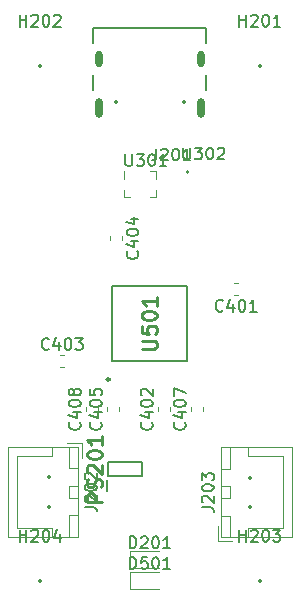
<source format=gto>
%TF.GenerationSoftware,KiCad,Pcbnew,7.0.2*%
%TF.CreationDate,2023-08-12T21:53:34+01:00*%
%TF.ProjectId,lil-flite,6c696c2d-666c-4697-9465-2e6b69636164,rev?*%
%TF.SameCoordinates,Original*%
%TF.FileFunction,Legend,Top*%
%TF.FilePolarity,Positive*%
%FSLAX46Y46*%
G04 Gerber Fmt 4.6, Leading zero omitted, Abs format (unit mm)*
G04 Created by KiCad (PCBNEW 7.0.2) date 2023-08-12 21:53:34*
%MOMM*%
%LPD*%
G01*
G04 APERTURE LIST*
%ADD10C,0.150000*%
%ADD11C,0.254000*%
%ADD12C,0.200000*%
%ADD13C,0.250000*%
%ADD14C,0.100000*%
%ADD15C,0.120000*%
%ADD16C,0.350000*%
%ADD17O,0.600000X1.700000*%
%ADD18O,0.600000X1.400000*%
G04 APERTURE END LIST*
D10*
%TO.C,H204*%
X101485714Y-93462619D02*
X101485714Y-92462619D01*
X101485714Y-92938809D02*
X102057142Y-92938809D01*
X102057142Y-93462619D02*
X102057142Y-92462619D01*
X102485714Y-92557857D02*
X102533333Y-92510238D01*
X102533333Y-92510238D02*
X102628571Y-92462619D01*
X102628571Y-92462619D02*
X102866666Y-92462619D01*
X102866666Y-92462619D02*
X102961904Y-92510238D01*
X102961904Y-92510238D02*
X103009523Y-92557857D01*
X103009523Y-92557857D02*
X103057142Y-92653095D01*
X103057142Y-92653095D02*
X103057142Y-92748333D01*
X103057142Y-92748333D02*
X103009523Y-92891190D01*
X103009523Y-92891190D02*
X102438095Y-93462619D01*
X102438095Y-93462619D02*
X103057142Y-93462619D01*
X103676190Y-92462619D02*
X103771428Y-92462619D01*
X103771428Y-92462619D02*
X103866666Y-92510238D01*
X103866666Y-92510238D02*
X103914285Y-92557857D01*
X103914285Y-92557857D02*
X103961904Y-92653095D01*
X103961904Y-92653095D02*
X104009523Y-92843571D01*
X104009523Y-92843571D02*
X104009523Y-93081666D01*
X104009523Y-93081666D02*
X103961904Y-93272142D01*
X103961904Y-93272142D02*
X103914285Y-93367380D01*
X103914285Y-93367380D02*
X103866666Y-93415000D01*
X103866666Y-93415000D02*
X103771428Y-93462619D01*
X103771428Y-93462619D02*
X103676190Y-93462619D01*
X103676190Y-93462619D02*
X103580952Y-93415000D01*
X103580952Y-93415000D02*
X103533333Y-93367380D01*
X103533333Y-93367380D02*
X103485714Y-93272142D01*
X103485714Y-93272142D02*
X103438095Y-93081666D01*
X103438095Y-93081666D02*
X103438095Y-92843571D01*
X103438095Y-92843571D02*
X103485714Y-92653095D01*
X103485714Y-92653095D02*
X103533333Y-92557857D01*
X103533333Y-92557857D02*
X103580952Y-92510238D01*
X103580952Y-92510238D02*
X103676190Y-92462619D01*
X104866666Y-92795952D02*
X104866666Y-93462619D01*
X104628571Y-92415000D02*
X104390476Y-93129285D01*
X104390476Y-93129285D02*
X105009523Y-93129285D01*
%TO.C,H203*%
X120085714Y-93462619D02*
X120085714Y-92462619D01*
X120085714Y-92938809D02*
X120657142Y-92938809D01*
X120657142Y-93462619D02*
X120657142Y-92462619D01*
X121085714Y-92557857D02*
X121133333Y-92510238D01*
X121133333Y-92510238D02*
X121228571Y-92462619D01*
X121228571Y-92462619D02*
X121466666Y-92462619D01*
X121466666Y-92462619D02*
X121561904Y-92510238D01*
X121561904Y-92510238D02*
X121609523Y-92557857D01*
X121609523Y-92557857D02*
X121657142Y-92653095D01*
X121657142Y-92653095D02*
X121657142Y-92748333D01*
X121657142Y-92748333D02*
X121609523Y-92891190D01*
X121609523Y-92891190D02*
X121038095Y-93462619D01*
X121038095Y-93462619D02*
X121657142Y-93462619D01*
X122276190Y-92462619D02*
X122371428Y-92462619D01*
X122371428Y-92462619D02*
X122466666Y-92510238D01*
X122466666Y-92510238D02*
X122514285Y-92557857D01*
X122514285Y-92557857D02*
X122561904Y-92653095D01*
X122561904Y-92653095D02*
X122609523Y-92843571D01*
X122609523Y-92843571D02*
X122609523Y-93081666D01*
X122609523Y-93081666D02*
X122561904Y-93272142D01*
X122561904Y-93272142D02*
X122514285Y-93367380D01*
X122514285Y-93367380D02*
X122466666Y-93415000D01*
X122466666Y-93415000D02*
X122371428Y-93462619D01*
X122371428Y-93462619D02*
X122276190Y-93462619D01*
X122276190Y-93462619D02*
X122180952Y-93415000D01*
X122180952Y-93415000D02*
X122133333Y-93367380D01*
X122133333Y-93367380D02*
X122085714Y-93272142D01*
X122085714Y-93272142D02*
X122038095Y-93081666D01*
X122038095Y-93081666D02*
X122038095Y-92843571D01*
X122038095Y-92843571D02*
X122085714Y-92653095D01*
X122085714Y-92653095D02*
X122133333Y-92557857D01*
X122133333Y-92557857D02*
X122180952Y-92510238D01*
X122180952Y-92510238D02*
X122276190Y-92462619D01*
X122942857Y-92462619D02*
X123561904Y-92462619D01*
X123561904Y-92462619D02*
X123228571Y-92843571D01*
X123228571Y-92843571D02*
X123371428Y-92843571D01*
X123371428Y-92843571D02*
X123466666Y-92891190D01*
X123466666Y-92891190D02*
X123514285Y-92938809D01*
X123514285Y-92938809D02*
X123561904Y-93034047D01*
X123561904Y-93034047D02*
X123561904Y-93272142D01*
X123561904Y-93272142D02*
X123514285Y-93367380D01*
X123514285Y-93367380D02*
X123466666Y-93415000D01*
X123466666Y-93415000D02*
X123371428Y-93462619D01*
X123371428Y-93462619D02*
X123085714Y-93462619D01*
X123085714Y-93462619D02*
X122990476Y-93415000D01*
X122990476Y-93415000D02*
X122942857Y-93367380D01*
%TO.C,H202*%
X101485714Y-49862619D02*
X101485714Y-48862619D01*
X101485714Y-49338809D02*
X102057142Y-49338809D01*
X102057142Y-49862619D02*
X102057142Y-48862619D01*
X102485714Y-48957857D02*
X102533333Y-48910238D01*
X102533333Y-48910238D02*
X102628571Y-48862619D01*
X102628571Y-48862619D02*
X102866666Y-48862619D01*
X102866666Y-48862619D02*
X102961904Y-48910238D01*
X102961904Y-48910238D02*
X103009523Y-48957857D01*
X103009523Y-48957857D02*
X103057142Y-49053095D01*
X103057142Y-49053095D02*
X103057142Y-49148333D01*
X103057142Y-49148333D02*
X103009523Y-49291190D01*
X103009523Y-49291190D02*
X102438095Y-49862619D01*
X102438095Y-49862619D02*
X103057142Y-49862619D01*
X103676190Y-48862619D02*
X103771428Y-48862619D01*
X103771428Y-48862619D02*
X103866666Y-48910238D01*
X103866666Y-48910238D02*
X103914285Y-48957857D01*
X103914285Y-48957857D02*
X103961904Y-49053095D01*
X103961904Y-49053095D02*
X104009523Y-49243571D01*
X104009523Y-49243571D02*
X104009523Y-49481666D01*
X104009523Y-49481666D02*
X103961904Y-49672142D01*
X103961904Y-49672142D02*
X103914285Y-49767380D01*
X103914285Y-49767380D02*
X103866666Y-49815000D01*
X103866666Y-49815000D02*
X103771428Y-49862619D01*
X103771428Y-49862619D02*
X103676190Y-49862619D01*
X103676190Y-49862619D02*
X103580952Y-49815000D01*
X103580952Y-49815000D02*
X103533333Y-49767380D01*
X103533333Y-49767380D02*
X103485714Y-49672142D01*
X103485714Y-49672142D02*
X103438095Y-49481666D01*
X103438095Y-49481666D02*
X103438095Y-49243571D01*
X103438095Y-49243571D02*
X103485714Y-49053095D01*
X103485714Y-49053095D02*
X103533333Y-48957857D01*
X103533333Y-48957857D02*
X103580952Y-48910238D01*
X103580952Y-48910238D02*
X103676190Y-48862619D01*
X104390476Y-48957857D02*
X104438095Y-48910238D01*
X104438095Y-48910238D02*
X104533333Y-48862619D01*
X104533333Y-48862619D02*
X104771428Y-48862619D01*
X104771428Y-48862619D02*
X104866666Y-48910238D01*
X104866666Y-48910238D02*
X104914285Y-48957857D01*
X104914285Y-48957857D02*
X104961904Y-49053095D01*
X104961904Y-49053095D02*
X104961904Y-49148333D01*
X104961904Y-49148333D02*
X104914285Y-49291190D01*
X104914285Y-49291190D02*
X104342857Y-49862619D01*
X104342857Y-49862619D02*
X104961904Y-49862619D01*
%TO.C,H201*%
X120085714Y-49862619D02*
X120085714Y-48862619D01*
X120085714Y-49338809D02*
X120657142Y-49338809D01*
X120657142Y-49862619D02*
X120657142Y-48862619D01*
X121085714Y-48957857D02*
X121133333Y-48910238D01*
X121133333Y-48910238D02*
X121228571Y-48862619D01*
X121228571Y-48862619D02*
X121466666Y-48862619D01*
X121466666Y-48862619D02*
X121561904Y-48910238D01*
X121561904Y-48910238D02*
X121609523Y-48957857D01*
X121609523Y-48957857D02*
X121657142Y-49053095D01*
X121657142Y-49053095D02*
X121657142Y-49148333D01*
X121657142Y-49148333D02*
X121609523Y-49291190D01*
X121609523Y-49291190D02*
X121038095Y-49862619D01*
X121038095Y-49862619D02*
X121657142Y-49862619D01*
X122276190Y-48862619D02*
X122371428Y-48862619D01*
X122371428Y-48862619D02*
X122466666Y-48910238D01*
X122466666Y-48910238D02*
X122514285Y-48957857D01*
X122514285Y-48957857D02*
X122561904Y-49053095D01*
X122561904Y-49053095D02*
X122609523Y-49243571D01*
X122609523Y-49243571D02*
X122609523Y-49481666D01*
X122609523Y-49481666D02*
X122561904Y-49672142D01*
X122561904Y-49672142D02*
X122514285Y-49767380D01*
X122514285Y-49767380D02*
X122466666Y-49815000D01*
X122466666Y-49815000D02*
X122371428Y-49862619D01*
X122371428Y-49862619D02*
X122276190Y-49862619D01*
X122276190Y-49862619D02*
X122180952Y-49815000D01*
X122180952Y-49815000D02*
X122133333Y-49767380D01*
X122133333Y-49767380D02*
X122085714Y-49672142D01*
X122085714Y-49672142D02*
X122038095Y-49481666D01*
X122038095Y-49481666D02*
X122038095Y-49243571D01*
X122038095Y-49243571D02*
X122085714Y-49053095D01*
X122085714Y-49053095D02*
X122133333Y-48957857D01*
X122133333Y-48957857D02*
X122180952Y-48910238D01*
X122180952Y-48910238D02*
X122276190Y-48862619D01*
X123561904Y-49862619D02*
X122990476Y-49862619D01*
X123276190Y-49862619D02*
X123276190Y-48862619D01*
X123276190Y-48862619D02*
X123180952Y-49005476D01*
X123180952Y-49005476D02*
X123085714Y-49100714D01*
X123085714Y-49100714D02*
X122990476Y-49148333D01*
D11*
%TO.C,U501*%
X111817526Y-77177143D02*
X112845621Y-77177143D01*
X112845621Y-77177143D02*
X112966573Y-77116666D01*
X112966573Y-77116666D02*
X113027050Y-77056190D01*
X113027050Y-77056190D02*
X113087526Y-76935238D01*
X113087526Y-76935238D02*
X113087526Y-76693333D01*
X113087526Y-76693333D02*
X113027050Y-76572381D01*
X113027050Y-76572381D02*
X112966573Y-76511904D01*
X112966573Y-76511904D02*
X112845621Y-76451428D01*
X112845621Y-76451428D02*
X111817526Y-76451428D01*
X111817526Y-75241905D02*
X111817526Y-75846667D01*
X111817526Y-75846667D02*
X112422288Y-75907143D01*
X112422288Y-75907143D02*
X112361811Y-75846667D01*
X112361811Y-75846667D02*
X112301335Y-75725714D01*
X112301335Y-75725714D02*
X112301335Y-75423333D01*
X112301335Y-75423333D02*
X112361811Y-75302381D01*
X112361811Y-75302381D02*
X112422288Y-75241905D01*
X112422288Y-75241905D02*
X112543240Y-75181428D01*
X112543240Y-75181428D02*
X112845621Y-75181428D01*
X112845621Y-75181428D02*
X112966573Y-75241905D01*
X112966573Y-75241905D02*
X113027050Y-75302381D01*
X113027050Y-75302381D02*
X113087526Y-75423333D01*
X113087526Y-75423333D02*
X113087526Y-75725714D01*
X113087526Y-75725714D02*
X113027050Y-75846667D01*
X113027050Y-75846667D02*
X112966573Y-75907143D01*
X111817526Y-74395238D02*
X111817526Y-74274285D01*
X111817526Y-74274285D02*
X111878002Y-74153333D01*
X111878002Y-74153333D02*
X111938478Y-74092857D01*
X111938478Y-74092857D02*
X112059430Y-74032381D01*
X112059430Y-74032381D02*
X112301335Y-73971904D01*
X112301335Y-73971904D02*
X112603716Y-73971904D01*
X112603716Y-73971904D02*
X112845621Y-74032381D01*
X112845621Y-74032381D02*
X112966573Y-74092857D01*
X112966573Y-74092857D02*
X113027050Y-74153333D01*
X113027050Y-74153333D02*
X113087526Y-74274285D01*
X113087526Y-74274285D02*
X113087526Y-74395238D01*
X113087526Y-74395238D02*
X113027050Y-74516190D01*
X113027050Y-74516190D02*
X112966573Y-74576666D01*
X112966573Y-74576666D02*
X112845621Y-74637143D01*
X112845621Y-74637143D02*
X112603716Y-74697619D01*
X112603716Y-74697619D02*
X112301335Y-74697619D01*
X112301335Y-74697619D02*
X112059430Y-74637143D01*
X112059430Y-74637143D02*
X111938478Y-74576666D01*
X111938478Y-74576666D02*
X111878002Y-74516190D01*
X111878002Y-74516190D02*
X111817526Y-74395238D01*
X113087526Y-72762380D02*
X113087526Y-73488095D01*
X113087526Y-73125238D02*
X111817526Y-73125238D01*
X111817526Y-73125238D02*
X111998954Y-73246190D01*
X111998954Y-73246190D02*
X112119907Y-73367142D01*
X112119907Y-73367142D02*
X112180383Y-73488095D01*
D10*
%TO.C,U302*%
X115348714Y-60108619D02*
X115348714Y-60918142D01*
X115348714Y-60918142D02*
X115396333Y-61013380D01*
X115396333Y-61013380D02*
X115443952Y-61061000D01*
X115443952Y-61061000D02*
X115539190Y-61108619D01*
X115539190Y-61108619D02*
X115729666Y-61108619D01*
X115729666Y-61108619D02*
X115824904Y-61061000D01*
X115824904Y-61061000D02*
X115872523Y-61013380D01*
X115872523Y-61013380D02*
X115920142Y-60918142D01*
X115920142Y-60918142D02*
X115920142Y-60108619D01*
X116301095Y-60108619D02*
X116920142Y-60108619D01*
X116920142Y-60108619D02*
X116586809Y-60489571D01*
X116586809Y-60489571D02*
X116729666Y-60489571D01*
X116729666Y-60489571D02*
X116824904Y-60537190D01*
X116824904Y-60537190D02*
X116872523Y-60584809D01*
X116872523Y-60584809D02*
X116920142Y-60680047D01*
X116920142Y-60680047D02*
X116920142Y-60918142D01*
X116920142Y-60918142D02*
X116872523Y-61013380D01*
X116872523Y-61013380D02*
X116824904Y-61061000D01*
X116824904Y-61061000D02*
X116729666Y-61108619D01*
X116729666Y-61108619D02*
X116443952Y-61108619D01*
X116443952Y-61108619D02*
X116348714Y-61061000D01*
X116348714Y-61061000D02*
X116301095Y-61013380D01*
X117539190Y-60108619D02*
X117634428Y-60108619D01*
X117634428Y-60108619D02*
X117729666Y-60156238D01*
X117729666Y-60156238D02*
X117777285Y-60203857D01*
X117777285Y-60203857D02*
X117824904Y-60299095D01*
X117824904Y-60299095D02*
X117872523Y-60489571D01*
X117872523Y-60489571D02*
X117872523Y-60727666D01*
X117872523Y-60727666D02*
X117824904Y-60918142D01*
X117824904Y-60918142D02*
X117777285Y-61013380D01*
X117777285Y-61013380D02*
X117729666Y-61061000D01*
X117729666Y-61061000D02*
X117634428Y-61108619D01*
X117634428Y-61108619D02*
X117539190Y-61108619D01*
X117539190Y-61108619D02*
X117443952Y-61061000D01*
X117443952Y-61061000D02*
X117396333Y-61013380D01*
X117396333Y-61013380D02*
X117348714Y-60918142D01*
X117348714Y-60918142D02*
X117301095Y-60727666D01*
X117301095Y-60727666D02*
X117301095Y-60489571D01*
X117301095Y-60489571D02*
X117348714Y-60299095D01*
X117348714Y-60299095D02*
X117396333Y-60203857D01*
X117396333Y-60203857D02*
X117443952Y-60156238D01*
X117443952Y-60156238D02*
X117539190Y-60108619D01*
X118253476Y-60203857D02*
X118301095Y-60156238D01*
X118301095Y-60156238D02*
X118396333Y-60108619D01*
X118396333Y-60108619D02*
X118634428Y-60108619D01*
X118634428Y-60108619D02*
X118729666Y-60156238D01*
X118729666Y-60156238D02*
X118777285Y-60203857D01*
X118777285Y-60203857D02*
X118824904Y-60299095D01*
X118824904Y-60299095D02*
X118824904Y-60394333D01*
X118824904Y-60394333D02*
X118777285Y-60537190D01*
X118777285Y-60537190D02*
X118205857Y-61108619D01*
X118205857Y-61108619D02*
X118824904Y-61108619D01*
%TO.C,U301*%
X110436714Y-60670619D02*
X110436714Y-61480142D01*
X110436714Y-61480142D02*
X110484333Y-61575380D01*
X110484333Y-61575380D02*
X110531952Y-61623000D01*
X110531952Y-61623000D02*
X110627190Y-61670619D01*
X110627190Y-61670619D02*
X110817666Y-61670619D01*
X110817666Y-61670619D02*
X110912904Y-61623000D01*
X110912904Y-61623000D02*
X110960523Y-61575380D01*
X110960523Y-61575380D02*
X111008142Y-61480142D01*
X111008142Y-61480142D02*
X111008142Y-60670619D01*
X111389095Y-60670619D02*
X112008142Y-60670619D01*
X112008142Y-60670619D02*
X111674809Y-61051571D01*
X111674809Y-61051571D02*
X111817666Y-61051571D01*
X111817666Y-61051571D02*
X111912904Y-61099190D01*
X111912904Y-61099190D02*
X111960523Y-61146809D01*
X111960523Y-61146809D02*
X112008142Y-61242047D01*
X112008142Y-61242047D02*
X112008142Y-61480142D01*
X112008142Y-61480142D02*
X111960523Y-61575380D01*
X111960523Y-61575380D02*
X111912904Y-61623000D01*
X111912904Y-61623000D02*
X111817666Y-61670619D01*
X111817666Y-61670619D02*
X111531952Y-61670619D01*
X111531952Y-61670619D02*
X111436714Y-61623000D01*
X111436714Y-61623000D02*
X111389095Y-61575380D01*
X112627190Y-60670619D02*
X112722428Y-60670619D01*
X112722428Y-60670619D02*
X112817666Y-60718238D01*
X112817666Y-60718238D02*
X112865285Y-60765857D01*
X112865285Y-60765857D02*
X112912904Y-60861095D01*
X112912904Y-60861095D02*
X112960523Y-61051571D01*
X112960523Y-61051571D02*
X112960523Y-61289666D01*
X112960523Y-61289666D02*
X112912904Y-61480142D01*
X112912904Y-61480142D02*
X112865285Y-61575380D01*
X112865285Y-61575380D02*
X112817666Y-61623000D01*
X112817666Y-61623000D02*
X112722428Y-61670619D01*
X112722428Y-61670619D02*
X112627190Y-61670619D01*
X112627190Y-61670619D02*
X112531952Y-61623000D01*
X112531952Y-61623000D02*
X112484333Y-61575380D01*
X112484333Y-61575380D02*
X112436714Y-61480142D01*
X112436714Y-61480142D02*
X112389095Y-61289666D01*
X112389095Y-61289666D02*
X112389095Y-61051571D01*
X112389095Y-61051571D02*
X112436714Y-60861095D01*
X112436714Y-60861095D02*
X112484333Y-60765857D01*
X112484333Y-60765857D02*
X112531952Y-60718238D01*
X112531952Y-60718238D02*
X112627190Y-60670619D01*
X113912904Y-61670619D02*
X113341476Y-61670619D01*
X113627190Y-61670619D02*
X113627190Y-60670619D01*
X113627190Y-60670619D02*
X113531952Y-60813476D01*
X113531952Y-60813476D02*
X113436714Y-60908714D01*
X113436714Y-60908714D02*
X113341476Y-60956333D01*
D11*
%TO.C,PS201*%
X108461526Y-90089667D02*
X107191526Y-90089667D01*
X107191526Y-90089667D02*
X107191526Y-89605857D01*
X107191526Y-89605857D02*
X107252002Y-89484905D01*
X107252002Y-89484905D02*
X107312478Y-89424428D01*
X107312478Y-89424428D02*
X107433430Y-89363952D01*
X107433430Y-89363952D02*
X107614859Y-89363952D01*
X107614859Y-89363952D02*
X107735811Y-89424428D01*
X107735811Y-89424428D02*
X107796288Y-89484905D01*
X107796288Y-89484905D02*
X107856764Y-89605857D01*
X107856764Y-89605857D02*
X107856764Y-90089667D01*
X108401050Y-88880143D02*
X108461526Y-88698714D01*
X108461526Y-88698714D02*
X108461526Y-88396333D01*
X108461526Y-88396333D02*
X108401050Y-88275381D01*
X108401050Y-88275381D02*
X108340573Y-88214905D01*
X108340573Y-88214905D02*
X108219621Y-88154428D01*
X108219621Y-88154428D02*
X108098669Y-88154428D01*
X108098669Y-88154428D02*
X107977716Y-88214905D01*
X107977716Y-88214905D02*
X107917240Y-88275381D01*
X107917240Y-88275381D02*
X107856764Y-88396333D01*
X107856764Y-88396333D02*
X107796288Y-88638238D01*
X107796288Y-88638238D02*
X107735811Y-88759190D01*
X107735811Y-88759190D02*
X107675335Y-88819667D01*
X107675335Y-88819667D02*
X107554383Y-88880143D01*
X107554383Y-88880143D02*
X107433430Y-88880143D01*
X107433430Y-88880143D02*
X107312478Y-88819667D01*
X107312478Y-88819667D02*
X107252002Y-88759190D01*
X107252002Y-88759190D02*
X107191526Y-88638238D01*
X107191526Y-88638238D02*
X107191526Y-88335857D01*
X107191526Y-88335857D02*
X107252002Y-88154428D01*
X107312478Y-87670619D02*
X107252002Y-87610143D01*
X107252002Y-87610143D02*
X107191526Y-87489190D01*
X107191526Y-87489190D02*
X107191526Y-87186809D01*
X107191526Y-87186809D02*
X107252002Y-87065857D01*
X107252002Y-87065857D02*
X107312478Y-87005381D01*
X107312478Y-87005381D02*
X107433430Y-86944904D01*
X107433430Y-86944904D02*
X107554383Y-86944904D01*
X107554383Y-86944904D02*
X107735811Y-87005381D01*
X107735811Y-87005381D02*
X108461526Y-87731095D01*
X108461526Y-87731095D02*
X108461526Y-86944904D01*
X107191526Y-86158714D02*
X107191526Y-86037761D01*
X107191526Y-86037761D02*
X107252002Y-85916809D01*
X107252002Y-85916809D02*
X107312478Y-85856333D01*
X107312478Y-85856333D02*
X107433430Y-85795857D01*
X107433430Y-85795857D02*
X107675335Y-85735380D01*
X107675335Y-85735380D02*
X107977716Y-85735380D01*
X107977716Y-85735380D02*
X108219621Y-85795857D01*
X108219621Y-85795857D02*
X108340573Y-85856333D01*
X108340573Y-85856333D02*
X108401050Y-85916809D01*
X108401050Y-85916809D02*
X108461526Y-86037761D01*
X108461526Y-86037761D02*
X108461526Y-86158714D01*
X108461526Y-86158714D02*
X108401050Y-86279666D01*
X108401050Y-86279666D02*
X108340573Y-86340142D01*
X108340573Y-86340142D02*
X108219621Y-86400619D01*
X108219621Y-86400619D02*
X107977716Y-86461095D01*
X107977716Y-86461095D02*
X107675335Y-86461095D01*
X107675335Y-86461095D02*
X107433430Y-86400619D01*
X107433430Y-86400619D02*
X107312478Y-86340142D01*
X107312478Y-86340142D02*
X107252002Y-86279666D01*
X107252002Y-86279666D02*
X107191526Y-86158714D01*
X108461526Y-84525856D02*
X108461526Y-85251571D01*
X108461526Y-84888714D02*
X107191526Y-84888714D01*
X107191526Y-84888714D02*
X107372954Y-85009666D01*
X107372954Y-85009666D02*
X107493907Y-85130618D01*
X107493907Y-85130618D02*
X107554383Y-85251571D01*
D10*
%TO.C,J203*%
X116912619Y-90575714D02*
X117626904Y-90575714D01*
X117626904Y-90575714D02*
X117769761Y-90623333D01*
X117769761Y-90623333D02*
X117865000Y-90718571D01*
X117865000Y-90718571D02*
X117912619Y-90861428D01*
X117912619Y-90861428D02*
X117912619Y-90956666D01*
X117007857Y-90147142D02*
X116960238Y-90099523D01*
X116960238Y-90099523D02*
X116912619Y-90004285D01*
X116912619Y-90004285D02*
X116912619Y-89766190D01*
X116912619Y-89766190D02*
X116960238Y-89670952D01*
X116960238Y-89670952D02*
X117007857Y-89623333D01*
X117007857Y-89623333D02*
X117103095Y-89575714D01*
X117103095Y-89575714D02*
X117198333Y-89575714D01*
X117198333Y-89575714D02*
X117341190Y-89623333D01*
X117341190Y-89623333D02*
X117912619Y-90194761D01*
X117912619Y-90194761D02*
X117912619Y-89575714D01*
X116912619Y-88956666D02*
X116912619Y-88861428D01*
X116912619Y-88861428D02*
X116960238Y-88766190D01*
X116960238Y-88766190D02*
X117007857Y-88718571D01*
X117007857Y-88718571D02*
X117103095Y-88670952D01*
X117103095Y-88670952D02*
X117293571Y-88623333D01*
X117293571Y-88623333D02*
X117531666Y-88623333D01*
X117531666Y-88623333D02*
X117722142Y-88670952D01*
X117722142Y-88670952D02*
X117817380Y-88718571D01*
X117817380Y-88718571D02*
X117865000Y-88766190D01*
X117865000Y-88766190D02*
X117912619Y-88861428D01*
X117912619Y-88861428D02*
X117912619Y-88956666D01*
X117912619Y-88956666D02*
X117865000Y-89051904D01*
X117865000Y-89051904D02*
X117817380Y-89099523D01*
X117817380Y-89099523D02*
X117722142Y-89147142D01*
X117722142Y-89147142D02*
X117531666Y-89194761D01*
X117531666Y-89194761D02*
X117293571Y-89194761D01*
X117293571Y-89194761D02*
X117103095Y-89147142D01*
X117103095Y-89147142D02*
X117007857Y-89099523D01*
X117007857Y-89099523D02*
X116960238Y-89051904D01*
X116960238Y-89051904D02*
X116912619Y-88956666D01*
X116912619Y-88289999D02*
X116912619Y-87670952D01*
X116912619Y-87670952D02*
X117293571Y-88004285D01*
X117293571Y-88004285D02*
X117293571Y-87861428D01*
X117293571Y-87861428D02*
X117341190Y-87766190D01*
X117341190Y-87766190D02*
X117388809Y-87718571D01*
X117388809Y-87718571D02*
X117484047Y-87670952D01*
X117484047Y-87670952D02*
X117722142Y-87670952D01*
X117722142Y-87670952D02*
X117817380Y-87718571D01*
X117817380Y-87718571D02*
X117865000Y-87766190D01*
X117865000Y-87766190D02*
X117912619Y-87861428D01*
X117912619Y-87861428D02*
X117912619Y-88147142D01*
X117912619Y-88147142D02*
X117865000Y-88242380D01*
X117865000Y-88242380D02*
X117817380Y-88289999D01*
%TO.C,J202*%
X107012619Y-90535714D02*
X107726904Y-90535714D01*
X107726904Y-90535714D02*
X107869761Y-90583333D01*
X107869761Y-90583333D02*
X107965000Y-90678571D01*
X107965000Y-90678571D02*
X108012619Y-90821428D01*
X108012619Y-90821428D02*
X108012619Y-90916666D01*
X107107857Y-90107142D02*
X107060238Y-90059523D01*
X107060238Y-90059523D02*
X107012619Y-89964285D01*
X107012619Y-89964285D02*
X107012619Y-89726190D01*
X107012619Y-89726190D02*
X107060238Y-89630952D01*
X107060238Y-89630952D02*
X107107857Y-89583333D01*
X107107857Y-89583333D02*
X107203095Y-89535714D01*
X107203095Y-89535714D02*
X107298333Y-89535714D01*
X107298333Y-89535714D02*
X107441190Y-89583333D01*
X107441190Y-89583333D02*
X108012619Y-90154761D01*
X108012619Y-90154761D02*
X108012619Y-89535714D01*
X107012619Y-88916666D02*
X107012619Y-88821428D01*
X107012619Y-88821428D02*
X107060238Y-88726190D01*
X107060238Y-88726190D02*
X107107857Y-88678571D01*
X107107857Y-88678571D02*
X107203095Y-88630952D01*
X107203095Y-88630952D02*
X107393571Y-88583333D01*
X107393571Y-88583333D02*
X107631666Y-88583333D01*
X107631666Y-88583333D02*
X107822142Y-88630952D01*
X107822142Y-88630952D02*
X107917380Y-88678571D01*
X107917380Y-88678571D02*
X107965000Y-88726190D01*
X107965000Y-88726190D02*
X108012619Y-88821428D01*
X108012619Y-88821428D02*
X108012619Y-88916666D01*
X108012619Y-88916666D02*
X107965000Y-89011904D01*
X107965000Y-89011904D02*
X107917380Y-89059523D01*
X107917380Y-89059523D02*
X107822142Y-89107142D01*
X107822142Y-89107142D02*
X107631666Y-89154761D01*
X107631666Y-89154761D02*
X107393571Y-89154761D01*
X107393571Y-89154761D02*
X107203095Y-89107142D01*
X107203095Y-89107142D02*
X107107857Y-89059523D01*
X107107857Y-89059523D02*
X107060238Y-89011904D01*
X107060238Y-89011904D02*
X107012619Y-88916666D01*
X107107857Y-88202380D02*
X107060238Y-88154761D01*
X107060238Y-88154761D02*
X107012619Y-88059523D01*
X107012619Y-88059523D02*
X107012619Y-87821428D01*
X107012619Y-87821428D02*
X107060238Y-87726190D01*
X107060238Y-87726190D02*
X107107857Y-87678571D01*
X107107857Y-87678571D02*
X107203095Y-87630952D01*
X107203095Y-87630952D02*
X107298333Y-87630952D01*
X107298333Y-87630952D02*
X107441190Y-87678571D01*
X107441190Y-87678571D02*
X108012619Y-88249999D01*
X108012619Y-88249999D02*
X108012619Y-87630952D01*
%TO.C,J201*%
X113039285Y-60191837D02*
X113039285Y-60906122D01*
X113039285Y-60906122D02*
X112991666Y-61048979D01*
X112991666Y-61048979D02*
X112896428Y-61144218D01*
X112896428Y-61144218D02*
X112753571Y-61191837D01*
X112753571Y-61191837D02*
X112658333Y-61191837D01*
X113467857Y-60287075D02*
X113515476Y-60239456D01*
X113515476Y-60239456D02*
X113610714Y-60191837D01*
X113610714Y-60191837D02*
X113848809Y-60191837D01*
X113848809Y-60191837D02*
X113944047Y-60239456D01*
X113944047Y-60239456D02*
X113991666Y-60287075D01*
X113991666Y-60287075D02*
X114039285Y-60382313D01*
X114039285Y-60382313D02*
X114039285Y-60477551D01*
X114039285Y-60477551D02*
X113991666Y-60620408D01*
X113991666Y-60620408D02*
X113420238Y-61191837D01*
X113420238Y-61191837D02*
X114039285Y-61191837D01*
X114658333Y-60191837D02*
X114753571Y-60191837D01*
X114753571Y-60191837D02*
X114848809Y-60239456D01*
X114848809Y-60239456D02*
X114896428Y-60287075D01*
X114896428Y-60287075D02*
X114944047Y-60382313D01*
X114944047Y-60382313D02*
X114991666Y-60572789D01*
X114991666Y-60572789D02*
X114991666Y-60810884D01*
X114991666Y-60810884D02*
X114944047Y-61001360D01*
X114944047Y-61001360D02*
X114896428Y-61096598D01*
X114896428Y-61096598D02*
X114848809Y-61144218D01*
X114848809Y-61144218D02*
X114753571Y-61191837D01*
X114753571Y-61191837D02*
X114658333Y-61191837D01*
X114658333Y-61191837D02*
X114563095Y-61144218D01*
X114563095Y-61144218D02*
X114515476Y-61096598D01*
X114515476Y-61096598D02*
X114467857Y-61001360D01*
X114467857Y-61001360D02*
X114420238Y-60810884D01*
X114420238Y-60810884D02*
X114420238Y-60572789D01*
X114420238Y-60572789D02*
X114467857Y-60382313D01*
X114467857Y-60382313D02*
X114515476Y-60287075D01*
X114515476Y-60287075D02*
X114563095Y-60239456D01*
X114563095Y-60239456D02*
X114658333Y-60191837D01*
X115944047Y-61191837D02*
X115372619Y-61191837D01*
X115658333Y-61191837D02*
X115658333Y-60191837D01*
X115658333Y-60191837D02*
X115563095Y-60334694D01*
X115563095Y-60334694D02*
X115467857Y-60429932D01*
X115467857Y-60429932D02*
X115372619Y-60477551D01*
%TO.C,D501*%
X110809524Y-95768619D02*
X110809524Y-94768619D01*
X110809524Y-94768619D02*
X111047619Y-94768619D01*
X111047619Y-94768619D02*
X111190476Y-94816238D01*
X111190476Y-94816238D02*
X111285714Y-94911476D01*
X111285714Y-94911476D02*
X111333333Y-95006714D01*
X111333333Y-95006714D02*
X111380952Y-95197190D01*
X111380952Y-95197190D02*
X111380952Y-95340047D01*
X111380952Y-95340047D02*
X111333333Y-95530523D01*
X111333333Y-95530523D02*
X111285714Y-95625761D01*
X111285714Y-95625761D02*
X111190476Y-95721000D01*
X111190476Y-95721000D02*
X111047619Y-95768619D01*
X111047619Y-95768619D02*
X110809524Y-95768619D01*
X112285714Y-94768619D02*
X111809524Y-94768619D01*
X111809524Y-94768619D02*
X111761905Y-95244809D01*
X111761905Y-95244809D02*
X111809524Y-95197190D01*
X111809524Y-95197190D02*
X111904762Y-95149571D01*
X111904762Y-95149571D02*
X112142857Y-95149571D01*
X112142857Y-95149571D02*
X112238095Y-95197190D01*
X112238095Y-95197190D02*
X112285714Y-95244809D01*
X112285714Y-95244809D02*
X112333333Y-95340047D01*
X112333333Y-95340047D02*
X112333333Y-95578142D01*
X112333333Y-95578142D02*
X112285714Y-95673380D01*
X112285714Y-95673380D02*
X112238095Y-95721000D01*
X112238095Y-95721000D02*
X112142857Y-95768619D01*
X112142857Y-95768619D02*
X111904762Y-95768619D01*
X111904762Y-95768619D02*
X111809524Y-95721000D01*
X111809524Y-95721000D02*
X111761905Y-95673380D01*
X112952381Y-94768619D02*
X113047619Y-94768619D01*
X113047619Y-94768619D02*
X113142857Y-94816238D01*
X113142857Y-94816238D02*
X113190476Y-94863857D01*
X113190476Y-94863857D02*
X113238095Y-94959095D01*
X113238095Y-94959095D02*
X113285714Y-95149571D01*
X113285714Y-95149571D02*
X113285714Y-95387666D01*
X113285714Y-95387666D02*
X113238095Y-95578142D01*
X113238095Y-95578142D02*
X113190476Y-95673380D01*
X113190476Y-95673380D02*
X113142857Y-95721000D01*
X113142857Y-95721000D02*
X113047619Y-95768619D01*
X113047619Y-95768619D02*
X112952381Y-95768619D01*
X112952381Y-95768619D02*
X112857143Y-95721000D01*
X112857143Y-95721000D02*
X112809524Y-95673380D01*
X112809524Y-95673380D02*
X112761905Y-95578142D01*
X112761905Y-95578142D02*
X112714286Y-95387666D01*
X112714286Y-95387666D02*
X112714286Y-95149571D01*
X112714286Y-95149571D02*
X112761905Y-94959095D01*
X112761905Y-94959095D02*
X112809524Y-94863857D01*
X112809524Y-94863857D02*
X112857143Y-94816238D01*
X112857143Y-94816238D02*
X112952381Y-94768619D01*
X114238095Y-95768619D02*
X113666667Y-95768619D01*
X113952381Y-95768619D02*
X113952381Y-94768619D01*
X113952381Y-94768619D02*
X113857143Y-94911476D01*
X113857143Y-94911476D02*
X113761905Y-95006714D01*
X113761905Y-95006714D02*
X113666667Y-95054333D01*
%TO.C,D201*%
X110809524Y-94032619D02*
X110809524Y-93032619D01*
X110809524Y-93032619D02*
X111047619Y-93032619D01*
X111047619Y-93032619D02*
X111190476Y-93080238D01*
X111190476Y-93080238D02*
X111285714Y-93175476D01*
X111285714Y-93175476D02*
X111333333Y-93270714D01*
X111333333Y-93270714D02*
X111380952Y-93461190D01*
X111380952Y-93461190D02*
X111380952Y-93604047D01*
X111380952Y-93604047D02*
X111333333Y-93794523D01*
X111333333Y-93794523D02*
X111285714Y-93889761D01*
X111285714Y-93889761D02*
X111190476Y-93985000D01*
X111190476Y-93985000D02*
X111047619Y-94032619D01*
X111047619Y-94032619D02*
X110809524Y-94032619D01*
X111761905Y-93127857D02*
X111809524Y-93080238D01*
X111809524Y-93080238D02*
X111904762Y-93032619D01*
X111904762Y-93032619D02*
X112142857Y-93032619D01*
X112142857Y-93032619D02*
X112238095Y-93080238D01*
X112238095Y-93080238D02*
X112285714Y-93127857D01*
X112285714Y-93127857D02*
X112333333Y-93223095D01*
X112333333Y-93223095D02*
X112333333Y-93318333D01*
X112333333Y-93318333D02*
X112285714Y-93461190D01*
X112285714Y-93461190D02*
X111714286Y-94032619D01*
X111714286Y-94032619D02*
X112333333Y-94032619D01*
X112952381Y-93032619D02*
X113047619Y-93032619D01*
X113047619Y-93032619D02*
X113142857Y-93080238D01*
X113142857Y-93080238D02*
X113190476Y-93127857D01*
X113190476Y-93127857D02*
X113238095Y-93223095D01*
X113238095Y-93223095D02*
X113285714Y-93413571D01*
X113285714Y-93413571D02*
X113285714Y-93651666D01*
X113285714Y-93651666D02*
X113238095Y-93842142D01*
X113238095Y-93842142D02*
X113190476Y-93937380D01*
X113190476Y-93937380D02*
X113142857Y-93985000D01*
X113142857Y-93985000D02*
X113047619Y-94032619D01*
X113047619Y-94032619D02*
X112952381Y-94032619D01*
X112952381Y-94032619D02*
X112857143Y-93985000D01*
X112857143Y-93985000D02*
X112809524Y-93937380D01*
X112809524Y-93937380D02*
X112761905Y-93842142D01*
X112761905Y-93842142D02*
X112714286Y-93651666D01*
X112714286Y-93651666D02*
X112714286Y-93413571D01*
X112714286Y-93413571D02*
X112761905Y-93223095D01*
X112761905Y-93223095D02*
X112809524Y-93127857D01*
X112809524Y-93127857D02*
X112857143Y-93080238D01*
X112857143Y-93080238D02*
X112952381Y-93032619D01*
X114238095Y-94032619D02*
X113666667Y-94032619D01*
X113952381Y-94032619D02*
X113952381Y-93032619D01*
X113952381Y-93032619D02*
X113857143Y-93175476D01*
X113857143Y-93175476D02*
X113761905Y-93270714D01*
X113761905Y-93270714D02*
X113666667Y-93318333D01*
%TO.C,C408*%
X106557380Y-83377047D02*
X106605000Y-83424666D01*
X106605000Y-83424666D02*
X106652619Y-83567523D01*
X106652619Y-83567523D02*
X106652619Y-83662761D01*
X106652619Y-83662761D02*
X106605000Y-83805618D01*
X106605000Y-83805618D02*
X106509761Y-83900856D01*
X106509761Y-83900856D02*
X106414523Y-83948475D01*
X106414523Y-83948475D02*
X106224047Y-83996094D01*
X106224047Y-83996094D02*
X106081190Y-83996094D01*
X106081190Y-83996094D02*
X105890714Y-83948475D01*
X105890714Y-83948475D02*
X105795476Y-83900856D01*
X105795476Y-83900856D02*
X105700238Y-83805618D01*
X105700238Y-83805618D02*
X105652619Y-83662761D01*
X105652619Y-83662761D02*
X105652619Y-83567523D01*
X105652619Y-83567523D02*
X105700238Y-83424666D01*
X105700238Y-83424666D02*
X105747857Y-83377047D01*
X105985952Y-82519904D02*
X106652619Y-82519904D01*
X105605000Y-82757999D02*
X106319285Y-82996094D01*
X106319285Y-82996094D02*
X106319285Y-82377047D01*
X105652619Y-81805618D02*
X105652619Y-81710380D01*
X105652619Y-81710380D02*
X105700238Y-81615142D01*
X105700238Y-81615142D02*
X105747857Y-81567523D01*
X105747857Y-81567523D02*
X105843095Y-81519904D01*
X105843095Y-81519904D02*
X106033571Y-81472285D01*
X106033571Y-81472285D02*
X106271666Y-81472285D01*
X106271666Y-81472285D02*
X106462142Y-81519904D01*
X106462142Y-81519904D02*
X106557380Y-81567523D01*
X106557380Y-81567523D02*
X106605000Y-81615142D01*
X106605000Y-81615142D02*
X106652619Y-81710380D01*
X106652619Y-81710380D02*
X106652619Y-81805618D01*
X106652619Y-81805618D02*
X106605000Y-81900856D01*
X106605000Y-81900856D02*
X106557380Y-81948475D01*
X106557380Y-81948475D02*
X106462142Y-81996094D01*
X106462142Y-81996094D02*
X106271666Y-82043713D01*
X106271666Y-82043713D02*
X106033571Y-82043713D01*
X106033571Y-82043713D02*
X105843095Y-81996094D01*
X105843095Y-81996094D02*
X105747857Y-81948475D01*
X105747857Y-81948475D02*
X105700238Y-81900856D01*
X105700238Y-81900856D02*
X105652619Y-81805618D01*
X106081190Y-80900856D02*
X106033571Y-80996094D01*
X106033571Y-80996094D02*
X105985952Y-81043713D01*
X105985952Y-81043713D02*
X105890714Y-81091332D01*
X105890714Y-81091332D02*
X105843095Y-81091332D01*
X105843095Y-81091332D02*
X105747857Y-81043713D01*
X105747857Y-81043713D02*
X105700238Y-80996094D01*
X105700238Y-80996094D02*
X105652619Y-80900856D01*
X105652619Y-80900856D02*
X105652619Y-80710380D01*
X105652619Y-80710380D02*
X105700238Y-80615142D01*
X105700238Y-80615142D02*
X105747857Y-80567523D01*
X105747857Y-80567523D02*
X105843095Y-80519904D01*
X105843095Y-80519904D02*
X105890714Y-80519904D01*
X105890714Y-80519904D02*
X105985952Y-80567523D01*
X105985952Y-80567523D02*
X106033571Y-80615142D01*
X106033571Y-80615142D02*
X106081190Y-80710380D01*
X106081190Y-80710380D02*
X106081190Y-80900856D01*
X106081190Y-80900856D02*
X106128809Y-80996094D01*
X106128809Y-80996094D02*
X106176428Y-81043713D01*
X106176428Y-81043713D02*
X106271666Y-81091332D01*
X106271666Y-81091332D02*
X106462142Y-81091332D01*
X106462142Y-81091332D02*
X106557380Y-81043713D01*
X106557380Y-81043713D02*
X106605000Y-80996094D01*
X106605000Y-80996094D02*
X106652619Y-80900856D01*
X106652619Y-80900856D02*
X106652619Y-80710380D01*
X106652619Y-80710380D02*
X106605000Y-80615142D01*
X106605000Y-80615142D02*
X106557380Y-80567523D01*
X106557380Y-80567523D02*
X106462142Y-80519904D01*
X106462142Y-80519904D02*
X106271666Y-80519904D01*
X106271666Y-80519904D02*
X106176428Y-80567523D01*
X106176428Y-80567523D02*
X106128809Y-80615142D01*
X106128809Y-80615142D02*
X106081190Y-80710380D01*
%TO.C,C407*%
X115447380Y-83377047D02*
X115495000Y-83424666D01*
X115495000Y-83424666D02*
X115542619Y-83567523D01*
X115542619Y-83567523D02*
X115542619Y-83662761D01*
X115542619Y-83662761D02*
X115495000Y-83805618D01*
X115495000Y-83805618D02*
X115399761Y-83900856D01*
X115399761Y-83900856D02*
X115304523Y-83948475D01*
X115304523Y-83948475D02*
X115114047Y-83996094D01*
X115114047Y-83996094D02*
X114971190Y-83996094D01*
X114971190Y-83996094D02*
X114780714Y-83948475D01*
X114780714Y-83948475D02*
X114685476Y-83900856D01*
X114685476Y-83900856D02*
X114590238Y-83805618D01*
X114590238Y-83805618D02*
X114542619Y-83662761D01*
X114542619Y-83662761D02*
X114542619Y-83567523D01*
X114542619Y-83567523D02*
X114590238Y-83424666D01*
X114590238Y-83424666D02*
X114637857Y-83377047D01*
X114875952Y-82519904D02*
X115542619Y-82519904D01*
X114495000Y-82757999D02*
X115209285Y-82996094D01*
X115209285Y-82996094D02*
X115209285Y-82377047D01*
X114542619Y-81805618D02*
X114542619Y-81710380D01*
X114542619Y-81710380D02*
X114590238Y-81615142D01*
X114590238Y-81615142D02*
X114637857Y-81567523D01*
X114637857Y-81567523D02*
X114733095Y-81519904D01*
X114733095Y-81519904D02*
X114923571Y-81472285D01*
X114923571Y-81472285D02*
X115161666Y-81472285D01*
X115161666Y-81472285D02*
X115352142Y-81519904D01*
X115352142Y-81519904D02*
X115447380Y-81567523D01*
X115447380Y-81567523D02*
X115495000Y-81615142D01*
X115495000Y-81615142D02*
X115542619Y-81710380D01*
X115542619Y-81710380D02*
X115542619Y-81805618D01*
X115542619Y-81805618D02*
X115495000Y-81900856D01*
X115495000Y-81900856D02*
X115447380Y-81948475D01*
X115447380Y-81948475D02*
X115352142Y-81996094D01*
X115352142Y-81996094D02*
X115161666Y-82043713D01*
X115161666Y-82043713D02*
X114923571Y-82043713D01*
X114923571Y-82043713D02*
X114733095Y-81996094D01*
X114733095Y-81996094D02*
X114637857Y-81948475D01*
X114637857Y-81948475D02*
X114590238Y-81900856D01*
X114590238Y-81900856D02*
X114542619Y-81805618D01*
X114542619Y-81138951D02*
X114542619Y-80472285D01*
X114542619Y-80472285D02*
X115542619Y-80900856D01*
%TO.C,C405*%
X108335380Y-83377047D02*
X108383000Y-83424666D01*
X108383000Y-83424666D02*
X108430619Y-83567523D01*
X108430619Y-83567523D02*
X108430619Y-83662761D01*
X108430619Y-83662761D02*
X108383000Y-83805618D01*
X108383000Y-83805618D02*
X108287761Y-83900856D01*
X108287761Y-83900856D02*
X108192523Y-83948475D01*
X108192523Y-83948475D02*
X108002047Y-83996094D01*
X108002047Y-83996094D02*
X107859190Y-83996094D01*
X107859190Y-83996094D02*
X107668714Y-83948475D01*
X107668714Y-83948475D02*
X107573476Y-83900856D01*
X107573476Y-83900856D02*
X107478238Y-83805618D01*
X107478238Y-83805618D02*
X107430619Y-83662761D01*
X107430619Y-83662761D02*
X107430619Y-83567523D01*
X107430619Y-83567523D02*
X107478238Y-83424666D01*
X107478238Y-83424666D02*
X107525857Y-83377047D01*
X107763952Y-82519904D02*
X108430619Y-82519904D01*
X107383000Y-82757999D02*
X108097285Y-82996094D01*
X108097285Y-82996094D02*
X108097285Y-82377047D01*
X107430619Y-81805618D02*
X107430619Y-81710380D01*
X107430619Y-81710380D02*
X107478238Y-81615142D01*
X107478238Y-81615142D02*
X107525857Y-81567523D01*
X107525857Y-81567523D02*
X107621095Y-81519904D01*
X107621095Y-81519904D02*
X107811571Y-81472285D01*
X107811571Y-81472285D02*
X108049666Y-81472285D01*
X108049666Y-81472285D02*
X108240142Y-81519904D01*
X108240142Y-81519904D02*
X108335380Y-81567523D01*
X108335380Y-81567523D02*
X108383000Y-81615142D01*
X108383000Y-81615142D02*
X108430619Y-81710380D01*
X108430619Y-81710380D02*
X108430619Y-81805618D01*
X108430619Y-81805618D02*
X108383000Y-81900856D01*
X108383000Y-81900856D02*
X108335380Y-81948475D01*
X108335380Y-81948475D02*
X108240142Y-81996094D01*
X108240142Y-81996094D02*
X108049666Y-82043713D01*
X108049666Y-82043713D02*
X107811571Y-82043713D01*
X107811571Y-82043713D02*
X107621095Y-81996094D01*
X107621095Y-81996094D02*
X107525857Y-81948475D01*
X107525857Y-81948475D02*
X107478238Y-81900856D01*
X107478238Y-81900856D02*
X107430619Y-81805618D01*
X107430619Y-80567523D02*
X107430619Y-81043713D01*
X107430619Y-81043713D02*
X107906809Y-81091332D01*
X107906809Y-81091332D02*
X107859190Y-81043713D01*
X107859190Y-81043713D02*
X107811571Y-80948475D01*
X107811571Y-80948475D02*
X107811571Y-80710380D01*
X107811571Y-80710380D02*
X107859190Y-80615142D01*
X107859190Y-80615142D02*
X107906809Y-80567523D01*
X107906809Y-80567523D02*
X108002047Y-80519904D01*
X108002047Y-80519904D02*
X108240142Y-80519904D01*
X108240142Y-80519904D02*
X108335380Y-80567523D01*
X108335380Y-80567523D02*
X108383000Y-80615142D01*
X108383000Y-80615142D02*
X108430619Y-80710380D01*
X108430619Y-80710380D02*
X108430619Y-80948475D01*
X108430619Y-80948475D02*
X108383000Y-81043713D01*
X108383000Y-81043713D02*
X108335380Y-81091332D01*
%TO.C,C404*%
X111449380Y-68899047D02*
X111497000Y-68946666D01*
X111497000Y-68946666D02*
X111544619Y-69089523D01*
X111544619Y-69089523D02*
X111544619Y-69184761D01*
X111544619Y-69184761D02*
X111497000Y-69327618D01*
X111497000Y-69327618D02*
X111401761Y-69422856D01*
X111401761Y-69422856D02*
X111306523Y-69470475D01*
X111306523Y-69470475D02*
X111116047Y-69518094D01*
X111116047Y-69518094D02*
X110973190Y-69518094D01*
X110973190Y-69518094D02*
X110782714Y-69470475D01*
X110782714Y-69470475D02*
X110687476Y-69422856D01*
X110687476Y-69422856D02*
X110592238Y-69327618D01*
X110592238Y-69327618D02*
X110544619Y-69184761D01*
X110544619Y-69184761D02*
X110544619Y-69089523D01*
X110544619Y-69089523D02*
X110592238Y-68946666D01*
X110592238Y-68946666D02*
X110639857Y-68899047D01*
X110877952Y-68041904D02*
X111544619Y-68041904D01*
X110497000Y-68279999D02*
X111211285Y-68518094D01*
X111211285Y-68518094D02*
X111211285Y-67899047D01*
X110544619Y-67327618D02*
X110544619Y-67232380D01*
X110544619Y-67232380D02*
X110592238Y-67137142D01*
X110592238Y-67137142D02*
X110639857Y-67089523D01*
X110639857Y-67089523D02*
X110735095Y-67041904D01*
X110735095Y-67041904D02*
X110925571Y-66994285D01*
X110925571Y-66994285D02*
X111163666Y-66994285D01*
X111163666Y-66994285D02*
X111354142Y-67041904D01*
X111354142Y-67041904D02*
X111449380Y-67089523D01*
X111449380Y-67089523D02*
X111497000Y-67137142D01*
X111497000Y-67137142D02*
X111544619Y-67232380D01*
X111544619Y-67232380D02*
X111544619Y-67327618D01*
X111544619Y-67327618D02*
X111497000Y-67422856D01*
X111497000Y-67422856D02*
X111449380Y-67470475D01*
X111449380Y-67470475D02*
X111354142Y-67518094D01*
X111354142Y-67518094D02*
X111163666Y-67565713D01*
X111163666Y-67565713D02*
X110925571Y-67565713D01*
X110925571Y-67565713D02*
X110735095Y-67518094D01*
X110735095Y-67518094D02*
X110639857Y-67470475D01*
X110639857Y-67470475D02*
X110592238Y-67422856D01*
X110592238Y-67422856D02*
X110544619Y-67327618D01*
X110877952Y-66137142D02*
X111544619Y-66137142D01*
X110497000Y-66375237D02*
X111211285Y-66613332D01*
X111211285Y-66613332D02*
X111211285Y-65994285D01*
%TO.C,C403*%
X103960952Y-77131380D02*
X103913333Y-77179000D01*
X103913333Y-77179000D02*
X103770476Y-77226619D01*
X103770476Y-77226619D02*
X103675238Y-77226619D01*
X103675238Y-77226619D02*
X103532381Y-77179000D01*
X103532381Y-77179000D02*
X103437143Y-77083761D01*
X103437143Y-77083761D02*
X103389524Y-76988523D01*
X103389524Y-76988523D02*
X103341905Y-76798047D01*
X103341905Y-76798047D02*
X103341905Y-76655190D01*
X103341905Y-76655190D02*
X103389524Y-76464714D01*
X103389524Y-76464714D02*
X103437143Y-76369476D01*
X103437143Y-76369476D02*
X103532381Y-76274238D01*
X103532381Y-76274238D02*
X103675238Y-76226619D01*
X103675238Y-76226619D02*
X103770476Y-76226619D01*
X103770476Y-76226619D02*
X103913333Y-76274238D01*
X103913333Y-76274238D02*
X103960952Y-76321857D01*
X104818095Y-76559952D02*
X104818095Y-77226619D01*
X104580000Y-76179000D02*
X104341905Y-76893285D01*
X104341905Y-76893285D02*
X104960952Y-76893285D01*
X105532381Y-76226619D02*
X105627619Y-76226619D01*
X105627619Y-76226619D02*
X105722857Y-76274238D01*
X105722857Y-76274238D02*
X105770476Y-76321857D01*
X105770476Y-76321857D02*
X105818095Y-76417095D01*
X105818095Y-76417095D02*
X105865714Y-76607571D01*
X105865714Y-76607571D02*
X105865714Y-76845666D01*
X105865714Y-76845666D02*
X105818095Y-77036142D01*
X105818095Y-77036142D02*
X105770476Y-77131380D01*
X105770476Y-77131380D02*
X105722857Y-77179000D01*
X105722857Y-77179000D02*
X105627619Y-77226619D01*
X105627619Y-77226619D02*
X105532381Y-77226619D01*
X105532381Y-77226619D02*
X105437143Y-77179000D01*
X105437143Y-77179000D02*
X105389524Y-77131380D01*
X105389524Y-77131380D02*
X105341905Y-77036142D01*
X105341905Y-77036142D02*
X105294286Y-76845666D01*
X105294286Y-76845666D02*
X105294286Y-76607571D01*
X105294286Y-76607571D02*
X105341905Y-76417095D01*
X105341905Y-76417095D02*
X105389524Y-76321857D01*
X105389524Y-76321857D02*
X105437143Y-76274238D01*
X105437143Y-76274238D02*
X105532381Y-76226619D01*
X106199048Y-76226619D02*
X106818095Y-76226619D01*
X106818095Y-76226619D02*
X106484762Y-76607571D01*
X106484762Y-76607571D02*
X106627619Y-76607571D01*
X106627619Y-76607571D02*
X106722857Y-76655190D01*
X106722857Y-76655190D02*
X106770476Y-76702809D01*
X106770476Y-76702809D02*
X106818095Y-76798047D01*
X106818095Y-76798047D02*
X106818095Y-77036142D01*
X106818095Y-77036142D02*
X106770476Y-77131380D01*
X106770476Y-77131380D02*
X106722857Y-77179000D01*
X106722857Y-77179000D02*
X106627619Y-77226619D01*
X106627619Y-77226619D02*
X106341905Y-77226619D01*
X106341905Y-77226619D02*
X106246667Y-77179000D01*
X106246667Y-77179000D02*
X106199048Y-77131380D01*
%TO.C,C402*%
X112653380Y-83377047D02*
X112701000Y-83424666D01*
X112701000Y-83424666D02*
X112748619Y-83567523D01*
X112748619Y-83567523D02*
X112748619Y-83662761D01*
X112748619Y-83662761D02*
X112701000Y-83805618D01*
X112701000Y-83805618D02*
X112605761Y-83900856D01*
X112605761Y-83900856D02*
X112510523Y-83948475D01*
X112510523Y-83948475D02*
X112320047Y-83996094D01*
X112320047Y-83996094D02*
X112177190Y-83996094D01*
X112177190Y-83996094D02*
X111986714Y-83948475D01*
X111986714Y-83948475D02*
X111891476Y-83900856D01*
X111891476Y-83900856D02*
X111796238Y-83805618D01*
X111796238Y-83805618D02*
X111748619Y-83662761D01*
X111748619Y-83662761D02*
X111748619Y-83567523D01*
X111748619Y-83567523D02*
X111796238Y-83424666D01*
X111796238Y-83424666D02*
X111843857Y-83377047D01*
X112081952Y-82519904D02*
X112748619Y-82519904D01*
X111701000Y-82757999D02*
X112415285Y-82996094D01*
X112415285Y-82996094D02*
X112415285Y-82377047D01*
X111748619Y-81805618D02*
X111748619Y-81710380D01*
X111748619Y-81710380D02*
X111796238Y-81615142D01*
X111796238Y-81615142D02*
X111843857Y-81567523D01*
X111843857Y-81567523D02*
X111939095Y-81519904D01*
X111939095Y-81519904D02*
X112129571Y-81472285D01*
X112129571Y-81472285D02*
X112367666Y-81472285D01*
X112367666Y-81472285D02*
X112558142Y-81519904D01*
X112558142Y-81519904D02*
X112653380Y-81567523D01*
X112653380Y-81567523D02*
X112701000Y-81615142D01*
X112701000Y-81615142D02*
X112748619Y-81710380D01*
X112748619Y-81710380D02*
X112748619Y-81805618D01*
X112748619Y-81805618D02*
X112701000Y-81900856D01*
X112701000Y-81900856D02*
X112653380Y-81948475D01*
X112653380Y-81948475D02*
X112558142Y-81996094D01*
X112558142Y-81996094D02*
X112367666Y-82043713D01*
X112367666Y-82043713D02*
X112129571Y-82043713D01*
X112129571Y-82043713D02*
X111939095Y-81996094D01*
X111939095Y-81996094D02*
X111843857Y-81948475D01*
X111843857Y-81948475D02*
X111796238Y-81900856D01*
X111796238Y-81900856D02*
X111748619Y-81805618D01*
X111843857Y-81091332D02*
X111796238Y-81043713D01*
X111796238Y-81043713D02*
X111748619Y-80948475D01*
X111748619Y-80948475D02*
X111748619Y-80710380D01*
X111748619Y-80710380D02*
X111796238Y-80615142D01*
X111796238Y-80615142D02*
X111843857Y-80567523D01*
X111843857Y-80567523D02*
X111939095Y-80519904D01*
X111939095Y-80519904D02*
X112034333Y-80519904D01*
X112034333Y-80519904D02*
X112177190Y-80567523D01*
X112177190Y-80567523D02*
X112748619Y-81138951D01*
X112748619Y-81138951D02*
X112748619Y-80519904D01*
%TO.C,C401*%
X118692952Y-73895380D02*
X118645333Y-73943000D01*
X118645333Y-73943000D02*
X118502476Y-73990619D01*
X118502476Y-73990619D02*
X118407238Y-73990619D01*
X118407238Y-73990619D02*
X118264381Y-73943000D01*
X118264381Y-73943000D02*
X118169143Y-73847761D01*
X118169143Y-73847761D02*
X118121524Y-73752523D01*
X118121524Y-73752523D02*
X118073905Y-73562047D01*
X118073905Y-73562047D02*
X118073905Y-73419190D01*
X118073905Y-73419190D02*
X118121524Y-73228714D01*
X118121524Y-73228714D02*
X118169143Y-73133476D01*
X118169143Y-73133476D02*
X118264381Y-73038238D01*
X118264381Y-73038238D02*
X118407238Y-72990619D01*
X118407238Y-72990619D02*
X118502476Y-72990619D01*
X118502476Y-72990619D02*
X118645333Y-73038238D01*
X118645333Y-73038238D02*
X118692952Y-73085857D01*
X119550095Y-73323952D02*
X119550095Y-73990619D01*
X119312000Y-72943000D02*
X119073905Y-73657285D01*
X119073905Y-73657285D02*
X119692952Y-73657285D01*
X120264381Y-72990619D02*
X120359619Y-72990619D01*
X120359619Y-72990619D02*
X120454857Y-73038238D01*
X120454857Y-73038238D02*
X120502476Y-73085857D01*
X120502476Y-73085857D02*
X120550095Y-73181095D01*
X120550095Y-73181095D02*
X120597714Y-73371571D01*
X120597714Y-73371571D02*
X120597714Y-73609666D01*
X120597714Y-73609666D02*
X120550095Y-73800142D01*
X120550095Y-73800142D02*
X120502476Y-73895380D01*
X120502476Y-73895380D02*
X120454857Y-73943000D01*
X120454857Y-73943000D02*
X120359619Y-73990619D01*
X120359619Y-73990619D02*
X120264381Y-73990619D01*
X120264381Y-73990619D02*
X120169143Y-73943000D01*
X120169143Y-73943000D02*
X120121524Y-73895380D01*
X120121524Y-73895380D02*
X120073905Y-73800142D01*
X120073905Y-73800142D02*
X120026286Y-73609666D01*
X120026286Y-73609666D02*
X120026286Y-73371571D01*
X120026286Y-73371571D02*
X120073905Y-73181095D01*
X120073905Y-73181095D02*
X120121524Y-73085857D01*
X120121524Y-73085857D02*
X120169143Y-73038238D01*
X120169143Y-73038238D02*
X120264381Y-72990619D01*
X121550095Y-73990619D02*
X120978667Y-73990619D01*
X121264381Y-73990619D02*
X121264381Y-72990619D01*
X121264381Y-72990619D02*
X121169143Y-73133476D01*
X121169143Y-73133476D02*
X121073905Y-73228714D01*
X121073905Y-73228714D02*
X120978667Y-73276333D01*
D12*
%TO.C,U501*%
X109350000Y-78150000D02*
X109350000Y-71850000D01*
X115650000Y-78150000D02*
X109350000Y-78150000D01*
X109350000Y-71850000D02*
X115650000Y-71850000D01*
X115650000Y-71850000D02*
X115650000Y-78150000D01*
D13*
X109125000Y-79725000D02*
G75*
G03*
X109125000Y-79725000I-125000J0D01*
G01*
D12*
%TO.C,U302*%
X115797000Y-62159000D02*
G75*
G03*
X115797000Y-62159000I-100000J0D01*
G01*
D14*
%TO.C,U301*%
X113034000Y-64308000D02*
X113034000Y-63668000D01*
X112554000Y-64308000D02*
X113034000Y-64308000D01*
X110334000Y-64308000D02*
X110814000Y-64308000D01*
X110334000Y-64308000D02*
X110334000Y-63668000D01*
X110334000Y-62748000D02*
X110334000Y-62108000D01*
X113034000Y-62748000D02*
X113034000Y-62108000D01*
X112554000Y-62108000D02*
X113034000Y-62108000D01*
D12*
%TO.C,PS201*%
X108914000Y-89188000D02*
X108914000Y-88288000D01*
X108964000Y-87938000D02*
X108964000Y-86738000D01*
X111864000Y-87938000D02*
X108964000Y-87938000D01*
X108964000Y-86738000D02*
X111864000Y-86738000D01*
X111864000Y-86738000D02*
X111864000Y-87938000D01*
D15*
%TO.C,J203*%
X120800000Y-85490000D02*
X120800000Y-86240000D01*
X120800000Y-86240000D02*
X123750000Y-86240000D01*
X123750000Y-86240000D02*
X123750000Y-89290000D01*
X120800000Y-92340000D02*
X123750000Y-92340000D01*
X118550000Y-88790000D02*
X118550000Y-89790000D01*
X118550000Y-89790000D02*
X119300000Y-89790000D01*
X119300000Y-89790000D02*
X119300000Y-88790000D01*
X119300000Y-87290000D02*
X119300000Y-85490000D01*
X118550000Y-85490000D02*
X118550000Y-87290000D01*
X118250000Y-93390000D02*
X119500000Y-93390000D01*
X118540000Y-93100000D02*
X124510000Y-93100000D01*
X118550000Y-93090000D02*
X119300000Y-93090000D01*
X124510000Y-93100000D02*
X124510000Y-85480000D01*
X119300000Y-88790000D02*
X118550000Y-88790000D01*
X120800000Y-93090000D02*
X120800000Y-92340000D01*
X119300000Y-93090000D02*
X119300000Y-91290000D01*
X118250000Y-92140000D02*
X118250000Y-93390000D01*
X119300000Y-85490000D02*
X118550000Y-85490000D01*
X118550000Y-91290000D02*
X118550000Y-93090000D01*
X118540000Y-85480000D02*
X118540000Y-93100000D01*
X123750000Y-92340000D02*
X123750000Y-89290000D01*
X118550000Y-87290000D02*
X119300000Y-87290000D01*
X124510000Y-85480000D02*
X118540000Y-85480000D01*
X119300000Y-91290000D02*
X118550000Y-91290000D01*
%TO.C,J202*%
X105700000Y-87250000D02*
X106450000Y-87250000D01*
X100490000Y-93060000D02*
X106460000Y-93060000D01*
X106450000Y-91250000D02*
X105700000Y-91250000D01*
X101250000Y-86200000D02*
X101250000Y-89250000D01*
X106460000Y-93060000D02*
X106460000Y-85440000D01*
X106450000Y-87250000D02*
X106450000Y-85450000D01*
X105700000Y-93050000D02*
X106450000Y-93050000D01*
X106750000Y-86400000D02*
X106750000Y-85150000D01*
X105700000Y-85450000D02*
X105700000Y-87250000D01*
X104200000Y-85450000D02*
X104200000Y-86200000D01*
X105700000Y-89750000D02*
X106450000Y-89750000D01*
X100490000Y-85440000D02*
X100490000Y-93060000D01*
X106450000Y-85450000D02*
X105700000Y-85450000D01*
X106460000Y-85440000D02*
X100490000Y-85440000D01*
X106750000Y-85150000D02*
X105500000Y-85150000D01*
X106450000Y-93050000D02*
X106450000Y-91250000D01*
X105700000Y-91250000D02*
X105700000Y-93050000D01*
X105700000Y-88750000D02*
X105700000Y-89750000D01*
X106450000Y-88750000D02*
X105700000Y-88750000D01*
X106450000Y-89750000D02*
X106450000Y-88750000D01*
X104200000Y-86200000D02*
X101250000Y-86200000D01*
X101250000Y-92300000D02*
X101250000Y-89250000D01*
X104200000Y-92300000D02*
X101250000Y-92300000D01*
X104200000Y-93050000D02*
X104200000Y-92300000D01*
D12*
%TO.C,J201*%
X117290000Y-55244218D02*
X117290000Y-53994218D01*
X117290000Y-51274218D02*
X117290000Y-49994218D01*
X117290000Y-49994218D02*
X107710000Y-49994218D01*
X107710000Y-55244218D02*
X107710000Y-53994218D01*
X107710000Y-49994218D02*
X107710000Y-51274218D01*
D15*
%TO.C,D501*%
X110840000Y-96001000D02*
X110840000Y-97471000D01*
X110840000Y-97471000D02*
X113300000Y-97471000D01*
X113300000Y-96001000D02*
X110840000Y-96001000D01*
%TO.C,D201*%
X113300000Y-94265000D02*
X110840000Y-94265000D01*
X110840000Y-95735000D02*
X113300000Y-95735000D01*
X110840000Y-94265000D02*
X110840000Y-95735000D01*
%TO.C,C408*%
X108130000Y-82404267D02*
X108130000Y-82111733D01*
X107110000Y-82404267D02*
X107110000Y-82111733D01*
%TO.C,C407*%
X117020000Y-82404267D02*
X117020000Y-82111733D01*
X116000000Y-82404267D02*
X116000000Y-82111733D01*
%TO.C,C405*%
X108888000Y-82404267D02*
X108888000Y-82111733D01*
X109908000Y-82404267D02*
X109908000Y-82111733D01*
%TO.C,C404*%
X110162000Y-67633733D02*
X110162000Y-67926267D01*
X109142000Y-67633733D02*
X109142000Y-67926267D01*
%TO.C,C403*%
X104933733Y-77684000D02*
X105226267Y-77684000D01*
X104933733Y-78704000D02*
X105226267Y-78704000D01*
%TO.C,C402*%
X113206000Y-82404267D02*
X113206000Y-82111733D01*
X114226000Y-82404267D02*
X114226000Y-82111733D01*
%TO.C,C401*%
X119958267Y-71588000D02*
X119665733Y-71588000D01*
X119958267Y-72608000D02*
X119665733Y-72608000D01*
%TD*%
D16*
X103200000Y-96800000D03*
X121800000Y-96800000D03*
X103200000Y-53200000D03*
X121800000Y-53200000D03*
X121000000Y-90540000D03*
X121000000Y-88040000D03*
X104000000Y-90500000D03*
X104000000Y-88000000D03*
X115390000Y-56274218D03*
X109610000Y-56274218D03*
D17*
X116820000Y-56774218D03*
D18*
X116820000Y-52594218D03*
X108180000Y-52594218D03*
D17*
X108180000Y-56774218D03*
M02*

</source>
